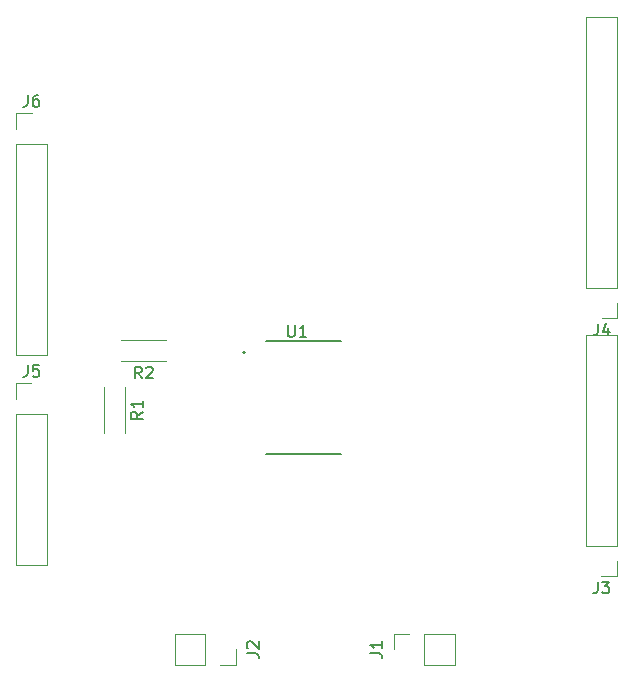
<source format=gbr>
%TF.GenerationSoftware,KiCad,Pcbnew,9.0.0*%
%TF.CreationDate,2025-03-04T19:19:51+01:00*%
%TF.ProjectId,ProgrammingBoard,50726f67-7261-46d6-9d69-6e67426f6172,rev?*%
%TF.SameCoordinates,Original*%
%TF.FileFunction,Legend,Top*%
%TF.FilePolarity,Positive*%
%FSLAX46Y46*%
G04 Gerber Fmt 4.6, Leading zero omitted, Abs format (unit mm)*
G04 Created by KiCad (PCBNEW 9.0.0) date 2025-03-04 19:19:51*
%MOMM*%
%LPD*%
G01*
G04 APERTURE LIST*
%ADD10C,0.150000*%
%ADD11C,0.127000*%
%ADD12C,0.200000*%
%ADD13C,0.120000*%
G04 APERTURE END LIST*
D10*
X174703095Y-103537819D02*
X174703095Y-104347342D01*
X174703095Y-104347342D02*
X174750714Y-104442580D01*
X174750714Y-104442580D02*
X174798333Y-104490200D01*
X174798333Y-104490200D02*
X174893571Y-104537819D01*
X174893571Y-104537819D02*
X175084047Y-104537819D01*
X175084047Y-104537819D02*
X175179285Y-104490200D01*
X175179285Y-104490200D02*
X175226904Y-104442580D01*
X175226904Y-104442580D02*
X175274523Y-104347342D01*
X175274523Y-104347342D02*
X175274523Y-103537819D01*
X176274523Y-104537819D02*
X175703095Y-104537819D01*
X175988809Y-104537819D02*
X175988809Y-103537819D01*
X175988809Y-103537819D02*
X175893571Y-103680676D01*
X175893571Y-103680676D02*
X175798333Y-103775914D01*
X175798333Y-103775914D02*
X175703095Y-103823533D01*
X162323333Y-108064819D02*
X161990000Y-107588628D01*
X161751905Y-108064819D02*
X161751905Y-107064819D01*
X161751905Y-107064819D02*
X162132857Y-107064819D01*
X162132857Y-107064819D02*
X162228095Y-107112438D01*
X162228095Y-107112438D02*
X162275714Y-107160057D01*
X162275714Y-107160057D02*
X162323333Y-107255295D01*
X162323333Y-107255295D02*
X162323333Y-107398152D01*
X162323333Y-107398152D02*
X162275714Y-107493390D01*
X162275714Y-107493390D02*
X162228095Y-107541009D01*
X162228095Y-107541009D02*
X162132857Y-107588628D01*
X162132857Y-107588628D02*
X161751905Y-107588628D01*
X162704286Y-107160057D02*
X162751905Y-107112438D01*
X162751905Y-107112438D02*
X162847143Y-107064819D01*
X162847143Y-107064819D02*
X163085238Y-107064819D01*
X163085238Y-107064819D02*
X163180476Y-107112438D01*
X163180476Y-107112438D02*
X163228095Y-107160057D01*
X163228095Y-107160057D02*
X163275714Y-107255295D01*
X163275714Y-107255295D02*
X163275714Y-107350533D01*
X163275714Y-107350533D02*
X163228095Y-107493390D01*
X163228095Y-107493390D02*
X162656667Y-108064819D01*
X162656667Y-108064819D02*
X163275714Y-108064819D01*
X162404819Y-110896666D02*
X161928628Y-111229999D01*
X162404819Y-111468094D02*
X161404819Y-111468094D01*
X161404819Y-111468094D02*
X161404819Y-111087142D01*
X161404819Y-111087142D02*
X161452438Y-110991904D01*
X161452438Y-110991904D02*
X161500057Y-110944285D01*
X161500057Y-110944285D02*
X161595295Y-110896666D01*
X161595295Y-110896666D02*
X161738152Y-110896666D01*
X161738152Y-110896666D02*
X161833390Y-110944285D01*
X161833390Y-110944285D02*
X161881009Y-110991904D01*
X161881009Y-110991904D02*
X161928628Y-111087142D01*
X161928628Y-111087142D02*
X161928628Y-111468094D01*
X162404819Y-109944285D02*
X162404819Y-110515713D01*
X162404819Y-110229999D02*
X161404819Y-110229999D01*
X161404819Y-110229999D02*
X161547676Y-110325237D01*
X161547676Y-110325237D02*
X161642914Y-110420475D01*
X161642914Y-110420475D02*
X161690533Y-110515713D01*
X152676666Y-84064819D02*
X152676666Y-84779104D01*
X152676666Y-84779104D02*
X152629047Y-84921961D01*
X152629047Y-84921961D02*
X152533809Y-85017200D01*
X152533809Y-85017200D02*
X152390952Y-85064819D01*
X152390952Y-85064819D02*
X152295714Y-85064819D01*
X153581428Y-84064819D02*
X153390952Y-84064819D01*
X153390952Y-84064819D02*
X153295714Y-84112438D01*
X153295714Y-84112438D02*
X153248095Y-84160057D01*
X153248095Y-84160057D02*
X153152857Y-84302914D01*
X153152857Y-84302914D02*
X153105238Y-84493390D01*
X153105238Y-84493390D02*
X153105238Y-84874342D01*
X153105238Y-84874342D02*
X153152857Y-84969580D01*
X153152857Y-84969580D02*
X153200476Y-85017200D01*
X153200476Y-85017200D02*
X153295714Y-85064819D01*
X153295714Y-85064819D02*
X153486190Y-85064819D01*
X153486190Y-85064819D02*
X153581428Y-85017200D01*
X153581428Y-85017200D02*
X153629047Y-84969580D01*
X153629047Y-84969580D02*
X153676666Y-84874342D01*
X153676666Y-84874342D02*
X153676666Y-84636247D01*
X153676666Y-84636247D02*
X153629047Y-84541009D01*
X153629047Y-84541009D02*
X153581428Y-84493390D01*
X153581428Y-84493390D02*
X153486190Y-84445771D01*
X153486190Y-84445771D02*
X153295714Y-84445771D01*
X153295714Y-84445771D02*
X153200476Y-84493390D01*
X153200476Y-84493390D02*
X153152857Y-84541009D01*
X153152857Y-84541009D02*
X153105238Y-84636247D01*
X152666666Y-106924819D02*
X152666666Y-107639104D01*
X152666666Y-107639104D02*
X152619047Y-107781961D01*
X152619047Y-107781961D02*
X152523809Y-107877200D01*
X152523809Y-107877200D02*
X152380952Y-107924819D01*
X152380952Y-107924819D02*
X152285714Y-107924819D01*
X153619047Y-106924819D02*
X153142857Y-106924819D01*
X153142857Y-106924819D02*
X153095238Y-107401009D01*
X153095238Y-107401009D02*
X153142857Y-107353390D01*
X153142857Y-107353390D02*
X153238095Y-107305771D01*
X153238095Y-107305771D02*
X153476190Y-107305771D01*
X153476190Y-107305771D02*
X153571428Y-107353390D01*
X153571428Y-107353390D02*
X153619047Y-107401009D01*
X153619047Y-107401009D02*
X153666666Y-107496247D01*
X153666666Y-107496247D02*
X153666666Y-107734342D01*
X153666666Y-107734342D02*
X153619047Y-107829580D01*
X153619047Y-107829580D02*
X153571428Y-107877200D01*
X153571428Y-107877200D02*
X153476190Y-107924819D01*
X153476190Y-107924819D02*
X153238095Y-107924819D01*
X153238095Y-107924819D02*
X153142857Y-107877200D01*
X153142857Y-107877200D02*
X153095238Y-107829580D01*
X200936666Y-103424819D02*
X200936666Y-104139104D01*
X200936666Y-104139104D02*
X200889047Y-104281961D01*
X200889047Y-104281961D02*
X200793809Y-104377200D01*
X200793809Y-104377200D02*
X200650952Y-104424819D01*
X200650952Y-104424819D02*
X200555714Y-104424819D01*
X201841428Y-103758152D02*
X201841428Y-104424819D01*
X201603333Y-103377200D02*
X201365238Y-104091485D01*
X201365238Y-104091485D02*
X201984285Y-104091485D01*
X200926666Y-125264819D02*
X200926666Y-125979104D01*
X200926666Y-125979104D02*
X200879047Y-126121961D01*
X200879047Y-126121961D02*
X200783809Y-126217200D01*
X200783809Y-126217200D02*
X200640952Y-126264819D01*
X200640952Y-126264819D02*
X200545714Y-126264819D01*
X201307619Y-125264819D02*
X201926666Y-125264819D01*
X201926666Y-125264819D02*
X201593333Y-125645771D01*
X201593333Y-125645771D02*
X201736190Y-125645771D01*
X201736190Y-125645771D02*
X201831428Y-125693390D01*
X201831428Y-125693390D02*
X201879047Y-125741009D01*
X201879047Y-125741009D02*
X201926666Y-125836247D01*
X201926666Y-125836247D02*
X201926666Y-126074342D01*
X201926666Y-126074342D02*
X201879047Y-126169580D01*
X201879047Y-126169580D02*
X201831428Y-126217200D01*
X201831428Y-126217200D02*
X201736190Y-126264819D01*
X201736190Y-126264819D02*
X201450476Y-126264819D01*
X201450476Y-126264819D02*
X201355238Y-126217200D01*
X201355238Y-126217200D02*
X201307619Y-126169580D01*
X171224819Y-131333333D02*
X171939104Y-131333333D01*
X171939104Y-131333333D02*
X172081961Y-131380952D01*
X172081961Y-131380952D02*
X172177200Y-131476190D01*
X172177200Y-131476190D02*
X172224819Y-131619047D01*
X172224819Y-131619047D02*
X172224819Y-131714285D01*
X171320057Y-130904761D02*
X171272438Y-130857142D01*
X171272438Y-130857142D02*
X171224819Y-130761904D01*
X171224819Y-130761904D02*
X171224819Y-130523809D01*
X171224819Y-130523809D02*
X171272438Y-130428571D01*
X171272438Y-130428571D02*
X171320057Y-130380952D01*
X171320057Y-130380952D02*
X171415295Y-130333333D01*
X171415295Y-130333333D02*
X171510533Y-130333333D01*
X171510533Y-130333333D02*
X171653390Y-130380952D01*
X171653390Y-130380952D02*
X172224819Y-130952380D01*
X172224819Y-130952380D02*
X172224819Y-130333333D01*
X181684819Y-131333333D02*
X182399104Y-131333333D01*
X182399104Y-131333333D02*
X182541961Y-131380952D01*
X182541961Y-131380952D02*
X182637200Y-131476190D01*
X182637200Y-131476190D02*
X182684819Y-131619047D01*
X182684819Y-131619047D02*
X182684819Y-131714285D01*
X182684819Y-130333333D02*
X182684819Y-130904761D01*
X182684819Y-130619047D02*
X181684819Y-130619047D01*
X181684819Y-130619047D02*
X181827676Y-130714285D01*
X181827676Y-130714285D02*
X181922914Y-130809523D01*
X181922914Y-130809523D02*
X181970533Y-130904761D01*
D11*
%TO.C,U1*%
X172855000Y-104895000D02*
X179205000Y-104895000D01*
X172855000Y-114485000D02*
X179205000Y-114485000D01*
D12*
X171095000Y-105880000D02*
G75*
G02*
X170895000Y-105880000I-100000J0D01*
G01*
X170895000Y-105880000D02*
G75*
G02*
X171095000Y-105880000I100000J0D01*
G01*
D13*
%TO.C,R2*%
X164410000Y-106610000D02*
X160570000Y-106610000D01*
X164410000Y-104770000D02*
X160570000Y-104770000D01*
%TO.C,R1*%
X160950000Y-108810000D02*
X160950000Y-112650000D01*
X159110000Y-108810000D02*
X159110000Y-112650000D01*
%TO.C,J6*%
X151680000Y-85610000D02*
X153010000Y-85610000D01*
X151680000Y-86940000D02*
X151680000Y-85610000D01*
X151680000Y-88210000D02*
X151680000Y-106050000D01*
X151680000Y-88210000D02*
X154340000Y-88210000D01*
X151680000Y-106050000D02*
X154340000Y-106050000D01*
X154340000Y-88210000D02*
X154340000Y-106050000D01*
%TO.C,J5*%
X151670000Y-108470000D02*
X153000000Y-108470000D01*
X151670000Y-109800000D02*
X151670000Y-108470000D01*
X151670000Y-111070000D02*
X151670000Y-123830000D01*
X151670000Y-111070000D02*
X154330000Y-111070000D01*
X151670000Y-123830000D02*
X154330000Y-123830000D01*
X154330000Y-111070000D02*
X154330000Y-123830000D01*
%TO.C,J4*%
X202600000Y-102970000D02*
X201270000Y-102970000D01*
X202600000Y-101640000D02*
X202600000Y-102970000D01*
X202600000Y-100370000D02*
X202600000Y-77450000D01*
X202600000Y-100370000D02*
X199940000Y-100370000D01*
X202600000Y-77450000D02*
X199940000Y-77450000D01*
X199940000Y-100370000D02*
X199940000Y-77450000D01*
%TO.C,J3*%
X202590000Y-124810000D02*
X201260000Y-124810000D01*
X202590000Y-123480000D02*
X202590000Y-124810000D01*
X202590000Y-122210000D02*
X202590000Y-104370000D01*
X202590000Y-122210000D02*
X199930000Y-122210000D01*
X202590000Y-104370000D02*
X199930000Y-104370000D01*
X199930000Y-122210000D02*
X199930000Y-104370000D01*
%TO.C,J2*%
X167730000Y-129670000D02*
X165130000Y-129670000D01*
X167730000Y-129670000D02*
X167730000Y-132330000D01*
X165130000Y-129670000D02*
X165130000Y-132330000D01*
X170330000Y-131000000D02*
X170330000Y-132330000D01*
X170330000Y-132330000D02*
X169000000Y-132330000D01*
X167730000Y-132330000D02*
X165130000Y-132330000D01*
%TO.C,J1*%
X186270000Y-132330000D02*
X188870000Y-132330000D01*
X186270000Y-132330000D02*
X186270000Y-129670000D01*
X188870000Y-132330000D02*
X188870000Y-129670000D01*
X183670000Y-131000000D02*
X183670000Y-129670000D01*
X183670000Y-129670000D02*
X185000000Y-129670000D01*
X186270000Y-129670000D02*
X188870000Y-129670000D01*
%TD*%
M02*

</source>
